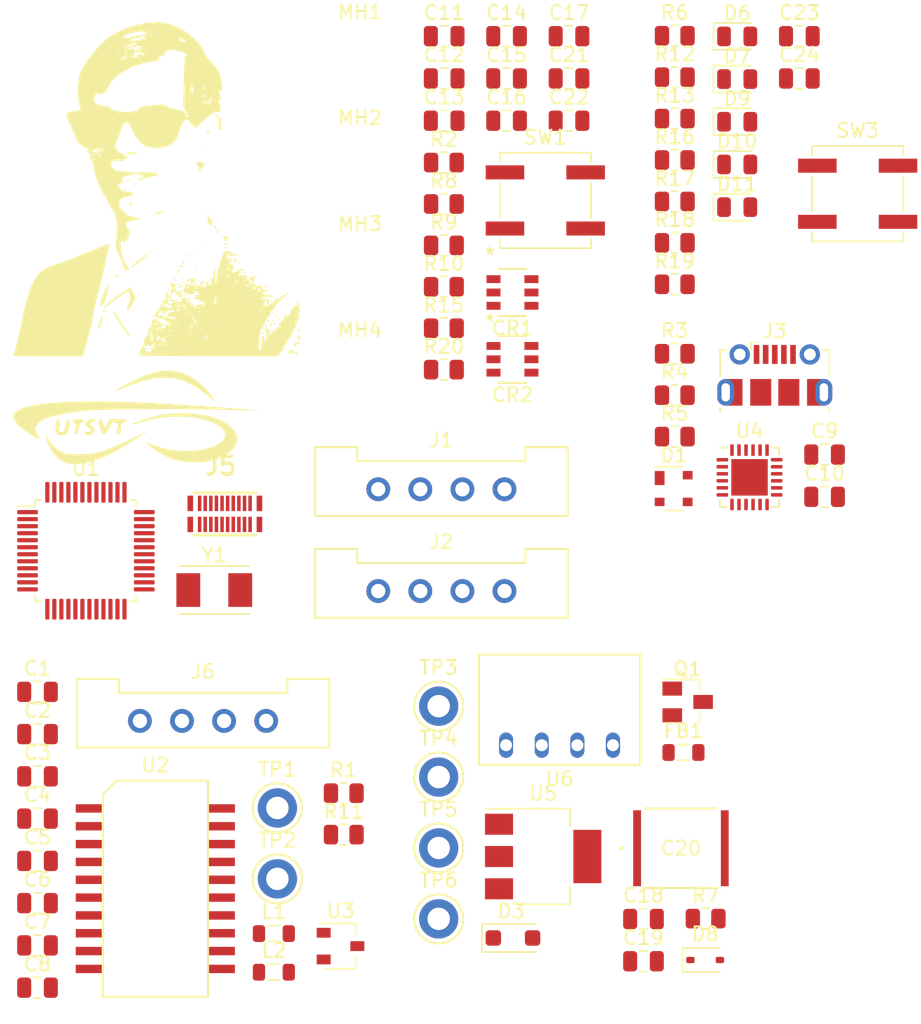
<source format=kicad_pcb>
(kicad_pcb (version 20221018) (generator pcbnew)
  (layers (0 "F.Cu" signal) (31 "B.Cu" signal) (34 "B.Paste" user) (35 "F.Paste" user) (36 "B.SilkS" user "B.Silkscreen") (37 "F.SilkS" user "F.Silkscreen") (38 "B.Mask" user) (39 "F.Mask" user) (44 "Edge.Cuts" user))
  (net 0 "")
  (net 1 "+5V")
  (net 2 "GND")
  (net 3 "+3.3V")
  (net 4 "Net-(U2-V_ISO_Out)")
  (net 5 "Net-(C5-Pad2)")
  (net 6 "+12V")
  (net 7 "/NRST")
  (net 8 "Net-(D3-K)")
  (net 9 "GNDPWR")
  (net 10 "/OSC_IN")
  (net 11 "/OSC_OUT")
  (net 12 "/PB4")
  (net 13 "Net-(C23-Pad2)")
  (net 14 "/PB5")
  (net 15 "Net-(SW2-B)")
  (net 16 "/SPI2_MOSI")
  (net 17 "/SPI2_NSS")
  (net 18 "/SPI2_SCK")
  (net 20 "/SPI2_MISO")
  (net 21 "/SPI1_SCK")
  (net 22 "/SPI1_NSS")
  (net 23 "/SPI1_MOSI")
  (net 25 "/SPI1_MISO")
  (net 26 "Net-(J3-VBUS)")
  (net 27 "Net-(J3-D-)")
  (net 28 "Net-(J3-D+)")
  (net 29 "Net-(D6-K)")
  (net 30 "/PB2")
  (net 31 "Net-(D7-K)")
  (net 32 "/PB1")
  (net 33 "Net-(D8-A2)")
  (net 34 "Net-(D9-K)")
  (net 35 "/PB0")
  (net 36 "Net-(D10-A)")
  (net 37 "Net-(D11-K)")
  (net 38 "/PB3")
  (net 39 "+3V3")
  (net 40 "/SWCLK")
  (net 41 "/SWDIO")
  (net 42 "/CAN_H")
  (net 43 "/CAN_L")
  (net 45 "/I2C1_SCL")
  (net 46 "/I2C1_SDA")
  (net 47 "/I2C2_SDA")
  (net 48 "/I2C2_SCL")
  (net 49 "Net-(Q1-G)")
  (net 50 "/CAN/RSlope")
  (net 51 "Net-(U4-VBUS)")
  (net 52 "Net-(U4-~{RSTb})")
  (net 53 "Net-(U1-PA5)")
  (net 54 "Net-(U1-PA7)")
  (net 64 "/USART1_TX")
  (net 65 "/USART1_RX")
  (net 70 "/CAN_RX")
  (net 71 "/CAN_TX")
  (footprint "Resistor_SMD:R_0805_2012Metric" (layer "F.Cu") (at 79.589 48.924)
    (fp_text reference "R4" (at 0 -1.65) (layer "F.SilkS"))
    (fp_text value "47.5k")
    (pad "1" smd roundrect (at -0.9125 0) (size 1.025 1.4) (layers "F.Cu" "F.Paste" "F.Mask") (roundrect_rratio 0.243902) (net 51 "Net-(U4-VBUS)"))
    (pad "2" smd roundrect (at 0.9125 0) (size 1.025 1.4) (layers "F.Cu" "F.Paste" "F.Mask") (roundrect_rratio 0.243902) (net 2 "GND"))
  )
  (footprint "Capacitor_SMD:C_0805_2012Metric" (layer "F.Cu") (at 72.049 29.374)
    (fp_text reference "C22" (at 0 -1.68) (layer "F.SilkS"))
    (fp_text value "12p")
    (pad "1" smd roundrect (at -0.95 0) (size 1 1.45) (layers "F.Cu" "F.Paste" "F.Mask") (net 11 "/OSC_OUT"))
    (pad "2" smd roundrect (at 0.95 0) (size 1 1.45) (layers "F.Cu" "F.Paste" "F.Mask") (net 2 "GND"))
  )
  (footprint "Capacitor_SMD:C_0805_2012Metric" (layer "F.Cu") (at 72.049 26.364)
    (fp_text reference "C21" (at 0 -1.68) (layer "F.SilkS"))
    (fp_text value "12p")
    (pad "1" smd roundrect (at -0.95 0) (size 1 1.45) (layers "F.Cu" "F.Paste" "F.Mask") (net 10 "/OSC_IN"))
    (pad "2" smd roundrect (at 0.95 0) (size 1 1.45) (layers "F.Cu" "F.Paste" "F.Mask") (net 2 "GND"))
  )
  (footprint "Diode_SMD:D_SOD-123F" (layer "F.Cu") (at 68.054 87.584)
    (fp_text reference "D3" (at -0.127 -1.905) (layer "F.SilkS"))
    (fp_text value "D_Zener")
    (pad "1" smd roundrect (at -1.4 0) (size 1.1 1.1) (layers "F.Cu" "F.Paste" "F.Mask") (roundrect_rratio 0.2272727273) (net 8 "Net-(D3-K)"))
    (pad "2" smd roundrect (at 1.4 0) (size 1.1 1.1) (layers "F.Cu" "F.Paste" "F.Mask") (roundrect_rratio 0.2272727273) (net 9 "GNDPWR"))
  )
  (footprint "UTSVT_ICs:SOT26_DIO" (layer "F.Cu") (at 68.0184 46.3678)
    (fp_text reference "CR2" (at 0 2.54 unlocked) (layer "F.SilkS"))
    (fp_text value "D5V0P4UR6SO-7")
    (fp_text user "*" (at -1.60655 -2.6518) (layer "F.SilkS"))
    (fp_text user "*" (at -1.60655 -2.6518 unlocked) (layer "F.SilkS"))
    (pad "1" smd rect (at -1.35255 -0.950001) (size 1.0033 0.5588) (layers "F.Cu" "F.Paste" "F.Mask") (net 21 "/SPI1_SCK"))
    (pad "2" smd rect (at -1.35255 0) (size 1.0033 0.5588) (layers "F.Cu" "F.Paste" "F.Mask") (net 2 "GND"))
    (pad "3" smd rect (at -1.35255 0.950001) (size 1.0033 0.5588) (layers "F.Cu" "F.Paste" "F.Mask") (net 22 "/SPI1_NSS"))
    (pad "4" smd rect (at 1.35255 0.950001) (size 1.0033 0.5588) (layers "F.Cu" "F.Paste" "F.Mask") (net 23 "/SPI1_MOSI"))
    (pad "5" smd rect (at 1.35255 0) (size 1.0033 0.5588) (layers "F.Cu" "F.Paste" "F.Mask"))
    (pad "6" smd rect (at 1.35255 -0.950001) (size 1.0033 0.5588) (layers "F.Cu" "F.Paste" "F.Mask") (net 25 "/SPI1_MISO"))
  )
  (footprint "Resistor_SMD:R_0805_2012Metric" (layer "F.Cu") (at 79.589 45.974)
    (fp_text reference "R3" (at 0 -1.65) (layer "F.SilkS"))
    (fp_text value "22.1k")
    (pad "1" smd roundrect (at -0.9125 0) (size 1.025 1.4) (layers "F.Cu" "F.Paste" "F.Mask") (roundrect_rratio 0.243902) (net 51 "Net-(U4-VBUS)"))
    (pad "2" smd roundrect (at 0.9125 0) (size 1.025 1.4) (layers "F.Cu" "F.Paste" "F.Mask") (roundrect_rratio 0.243902) (net 26 "Net-(J3-VBUS)"))
  )
  (footprint "MountingHole:MountingHole_3mm" (layer "F.Cu") (at 57.149 33.174)
    (fp_text reference "MH2" (at 0 -4) (layer "F.SilkS"))
    (fp_text value "M.3")
    (pad "" np_thru_hole circle (at 0 0) (size 3 3) (drill 3) (layers "*.Cu" "*.Mask"))
  )
  (footprint "Resistor_SMD:R_0805_2012Metric" (layer "F.Cu") (at 55.989 80.224)
    (fp_text reference "R11" (at 0 -1.65) (layer "F.SilkS"))
    (fp_text value "120")
    (pad "1" smd roundrect (at -0.9125 0) (size 1.025 1.4) (layers "F.Cu" "F.Paste" "F.Mask") (roundrect_rratio 0.243902) (net 43 "/CAN_L"))
    (pad "2" smd roundrect (at 0.9125 0) (size 1.025 1.4) (layers "F.Cu" "F.Paste" "F.Mask") (roundrect_rratio 0.243902) (net 42 "/CAN_H"))
  )
  (footprint "LED_SMD:LED_0805_2012Metric" (layer "F.Cu") (at 84.039 23.369)
    (fp_text reference "D6" (at 0 -1.65) (layer "F.SilkS"))
    (fp_text value "LED")
    (pad "1" smd roundrect (at -0.9375 0) (size 0.975 1.4) (layers "F.Cu" "F.Paste" "F.Mask") (net 29 "Net-(D6-K)"))
    (pad "2" smd roundrect (at 0.9375 0) (size 0.975 1.4) (layers "F.Cu" "F.Paste" "F.Mask") (net 30 "/PB2"))
  )
  (footprint "Package_TO_SOT_SMD:SuperSOT-3" (layer "F.Cu") (at 80.509 70.774)
    (fp_text reference "Q1" (at 0 -2.35) (layer "F.SilkS"))
    (fp_text value "Q_PMOS_GSD")
    (pad "1" smd rect (at -1.1 -0.95) (size 1.4 1) (layers "F.Cu" "F.Paste" "F.Mask") (net 49 "Net-(Q1-G)"))
    (pad "2" smd rect (at -1.1 0.95) (size 1.4 1) (layers "F.Cu" "F.Paste" "F.Mask") (net 8 "Net-(D3-K)"))
    (pad "3" smd rect (at 1.1 0) (size 1.4 1) (layers "F.Cu" "F.Paste" "F.Mask") (net 33 "Net-(D8-A2)"))
  )
  (footprint "Resistor_SMD:R_0805_2012Metric" (layer "F.Cu") (at 79.589 29.224)
    (fp_text reference "R13" (at 0 -1.65) (layer "F.SilkS"))
    (fp_text value "220")
    (pad "1" smd roundrect (at -0.9125 0) (size 1.025 1.4) (layers "F.Cu" "F.Paste" "F.Mask") (roundrect_rratio 0.243902) (net 14 "/PB5"))
    (pad "2" smd roundrect (at 0.9125 0) (size 1.025 1.4) (layers "F.Cu" "F.Paste" "F.Mask") (roundrect_rratio 0.243902) (net 15 "Net-(SW2-B)"))
  )
  (footprint "Capacitor_SMD:C_0805_2012Metric" (layer "F.Cu") (at 90.269 53.154)
    (fp_text reference "C9" (at 0 -1.68) (layer "F.SilkS"))
    (fp_text value "4.7uF")
    (pad "1" smd roundrect (at -0.95 0) (size 1 1.45) (layers "F.Cu" "F.Paste" "F.Mask") (net 3 "+3.3V"))
    (pad "2" smd roundrect (at 0.95 0) (size 1 1.45) (layers "F.Cu" "F.Paste" "F.Mask") (net 2 "GND"))
  )
  (footprint "Resistor_SMD:R_0805_2012Metric" (layer "F.Cu") (at 79.589 26.274)
    (fp_text reference "R12" (at 0 -1.65) (layer "F.SilkS"))
    (fp_text value "1.5k")
    (pad "1" smd roundrect (at -0.9125 0) (size 1.025 1.4) (layers "F.Cu" "F.Paste" "F.Mask") (roundrect_rratio 0.243902) (net 1 "+5V"))
    (pad "2" smd roundrect (at 0.9125 0) (size 1.025 1.4) (layers "F.Cu" "F.Paste" "F.Mask") (roundrect_rratio 0.243902) (net 36 "Net-(D10-A)"))
  )
  (footprint "Resistor_SMD:R_0805_2012Metric" (layer "F.Cu") (at 63.129 35.304)
    (fp_text reference "R8" (at 0 -1.65) (layer "F.SilkS"))
    (fp_text value "10K")
    (pad "1" smd roundrect (at -0.9125 0) (size 1.025 1.4) (layers "F.Cu" "F.Paste" "F.Mask") (roundrect_rratio 0.243902) (net 3 "+3.3V"))
    (pad "2" smd roundrect (at 0.9125 0) (size 1.025 1.4) (layers "F.Cu" "F.Paste" "F.Mask") (roundrect_rratio 0.243902) (net 45 "/I2C1_SCL"))
  )
  (footprint "TestPoint:TestPoint_Keystone_5005-5009_Compact" (layer "F.Cu") (at 62.759 81.174)
    (fp_text reference "TP5" (at 0 -2.75) (layer "F.SilkS"))
    (fp_text value "+5V_TP")
    (pad "1" thru_hole circle (at 0 0) (size 2.8 2.8) (drill 1.6) (layers "*.Cu" "*.Mask") (net 1 "+5V"))
  )
  (footprint "Capacitor_SMD:C_0805_2012Metric" (layer "F.Cu") (at 63.149 26.364)
    (fp_text reference "C12" (at 0 -1.68) (layer "F.SilkS"))
    (fp_text value "100nF")
    (pad "1" smd roundrect (at -0.95 0) (size 1 1.45) (layers "F.Cu" "F.Paste" "F.Mask") (net 3 "+3.3V"))
    (pad "2" smd roundrect (at 0.95 0) (size 1 1.45) (layers "F.Cu" "F.Paste" "F.Mask") (net 2 "GND"))
  )
  (footprint "Capacitor_SMD:C_0805_2012Metric" (layer "F.Cu") (at 34.159 88.114)
    (fp_text reference "C7" (at 0 -1.68) (layer "F.SilkS"))
    (fp_text value "0.1u")
    (pad "1" smd roundrect (at -0.95 0) (size 1 1.45) (layers "F.Cu" "F.Paste" "F.Mask") (net 6 "+12V"))
    (pad "2" smd roundrect (at 0.95 0) (size 1 1.45) (layers "F.Cu" "F.Paste" "F.Mask") (net 2 "GND"))
  )
  (footprint "UTSVT_ICs:SOT26_DIO" (layer "F.Cu") (at 68.0184 41.6086)
    (fp_text reference "CR1" (at 0 2.54 unlocked) (layer "F.SilkS"))
    (fp_text value "D5V0P4UR6SO-7")
    (fp_text user "*" (at -1.60655 -2.6518 unlocked) (layer "F.SilkS"))
    (fp_text user "*" (at -1.60655 -2.6518) (layer "F.SilkS"))
    (pad "1" smd rect (at -1.35255 -0.950001) (size 1.0033 0.5588) (layers "F.Cu" "F.Paste" "F.Mask") (net 16 "/SPI2_MOSI"))
    (pad "2" smd rect (at -1.35255 0) (size 1.0033 0.5588) (layers "F.Cu" "F.Paste" "F.Mask") (net 2 "GND"))
    (pad "3" smd rect (at -1.35255 0.950001) (size 1.0033 0.5588) (layers "F.Cu" "F.Paste" "F.Mask") (net 17 "/SPI2_NSS"))
    (pad "4" smd rect (at 1.35255 0.950001) (size 1.0033 0.5588) (layers "F.Cu" "F.Paste" "F.Mask") (net 18 "/SPI2_SCK"))
    (pad "5" smd rect (at 1.35255 0) (size 1.0033 0.5588) (layers "F.Cu" "F.Paste" "F.Mask"))
    (pad "6" smd rect (at 1.35255 -0.950001) (size 1.0033 0.5588) (layers "F.Cu" "F.Paste" "F.Mask") (net 20 "/SPI2_MISO"))
  )
  (footprint "UTSVT_Connectors:Molex_MicroFit3.0_1x4xP3.00mm_PolarizingPeg_Vertical" (layer "F.Cu") (at 58.449 55.624)
    (fp_text reference "J1" (at 4.5 -3.5) (layer "F.SilkS"))
    (fp_text value "SWD")
    (pad "" np_thru_hole circle (at -3 -1.96) (size 1.27 1.27) (drill 1.27) (layers "*.Cu" "*.Mask"))
    (pad "" np_thru_hole circle (at 12 -1.96) (size 1.27 1.27) (drill 1.27) (layers "*.Cu" "*.Mask"))
    (pad "1" thru_hole circle (at 0 0) (size 1.7 1.7) (drill 1.02) (layers "*.Cu" "*.Mask") (net 39 "+3V3"))
    (pad "2" thru_hole circle (at 3 0) (size 1.7 1.7) (drill 1.02) (layers "*.Cu" "*.Mask") (net 40 "/SWCLK"))
    (pad "3" thru_hole circle (at 6 0) (size 1.7 1.7) (drill 1.02) (layers "*.Cu" "*.Mask") (net 41 "/SWDIO"))
    (pad "4" thru_hole circle (at 9 0) (size 1.7 1.7) (drill 1.02) (layers "*.Cu" "*.Mask") (net 2 "GND"))
  )
  (footprint "Capacitor_SMD:C_0805_2012Metric" (layer "F.Cu") (at 88.469 26.364)
    (fp_text reference "C24" (at 0 -1.68) (layer "F.SilkS"))
    (fp_text value "10nF")
    (pad "1" smd roundrect (at -0.95 0) (size 1 1.45) (layers "F.Cu" "F.Paste" "F.Mask") (net 14 "/PB5"))
    (pad "2" smd roundrect (at 0.95 0) (size 1 1.45) (layers "F.Cu" "F.Paste" "F.Mask") (net 15 "Net-(SW2-B)"))
  )
  (footprint "Capacitor_SMD:C_0805_2012Metric" (layer "F.Cu") (at 34.159 70.054)
    (fp_text reference "C1" (at 0 -1.68) (layer "F.SilkS"))
    (fp_text value "10u")
    (pad "1" smd roundrect (at -0.95 0) (size 1 1.45) (layers "F.Cu" "F.Paste" "F.Mask") (net 1 "+5V"))
    (pad "2" smd roundrect (at 0.95 0) (size 1 1.45) (layers "F.Cu" "F.Paste" "F.Mask") (net 2 "GND"))
  )
  (footprint "UTSVT_Special:Hallock_Image_Small" (layer "F.Cu") (at 41.825475 33.951988)
    (fp_text reference "LOGO1" hide)
    (fp_text value "Dr. Hallock" hide)
  )
  (footprint "UTSVT_Special:UTSVT_Logo_Symbol" (layer "F.Cu") (at 40.874108 50.635137)
    (fp_text reference "LOGO2" hide)
    (fp_text value "UTSVT Logo" hide)
  )
  (footprint "Resistor_SMD:R_0805_2012Metric" (layer "F.Cu") (at 55.989 77.274)
    (fp_text reference "R1" (at 0 -1.65) (layer "F.SilkS"))
    (fp_text value "0")
    (pad "1" smd roundrect (at -0.9125 0) (size 1.025 1.4) (layers "F.Cu" "F.Paste" "F.Mask") (roundrect_rratio 0.243902) (net 50 "/CAN/RSlope"))
    (pad "2" smd roundrect (at 0.9125 0) (size 1.025 1.4) (layers "F.Cu" "F.Paste" "F.Mask") (roundrect_rratio 0.243902) (net 2 "GND"))
  )
  (footprint "Capacitor_SMD:C_0805_2012Metric" (layer "F.Cu") (at 88.469 23.354)
    (fp_text reference "C23" (at 0 -1.68) (layer "F.SilkS"))
    (fp_text value "10nF")
    (pad "1" smd roundrect (at -0.95 0) (size 1 1.45) (layers "F.Cu" "F.Paste" "F.Mask") (net 12 "/PB4"))
    (pad "2" smd roundrect (at 0.95 0) (size 1 1.45) (layers "F.Cu" "F.Paste" "F.Mask") (net 13 "Net-(C23-Pad2)"))
  )
  (footprint "Resistor_SMD:R_0805_2012Metric" (layer "F.Cu") (at 63.129 47.104)
    (fp_text reference "R20" (at 0 -1.65) (layer "F.SilkS"))
    (fp_text value "50")
    (pad "1" smd roundrect (at -0.9125 0) (size 1.025 1.4) (layers "F.Cu" "F.Paste" "F.Mask") (roundrect_rratio 0.243902) (net 54 "Net-(U1-PA7)"))
    (pad "2" smd roundrect (at 0.9125 0) (size 1.025 1.4) (layers "F.Cu" "F.Paste" "F.Mask") (roundrect_rratio 0.243902) (net 23 "/SPI1_MOSI"))
  )
  (footprint "Resistor_SMD:R_0805_2012Metric" (layer "F.Cu") (at 63.129 44.154)
    (fp_text reference "R15" (at 0 -1.65) (layer "F.SilkS"))
    (fp_text value "50")
    (pad "1" smd roundrect (at -0.9125 0) (size 1.025 1.4) (layers "F.Cu" "F.Paste" "F.Mask") (roundrect_rratio 0.243902) (net 53 "Net-(U1-PA5)"))
    (pad "2" smd roundrect (at 0.9125 0) (size 1.025 1.4) (layers "F.Cu" "F.Paste" "F.Mask") (roundrect_rratio 0.243902) (net 21 "/SPI1_SCK"))
  )
  (footprint "UTSVT_ICs:SOIC-20W_7.5x15.4mm_Pitch1.27mm" (layer "F.Cu") (at 42.559 84.074)
    (fp_text reference "U2" (at 0 -8.8) (layer "F.SilkS"))
    (fp_text value "ADM3055E")
    (pad "1" smd rect (at -4.7 -5.715) (size 1.95 0.6) (layers "F.Cu" "F.Paste" "F.Mask") (net 2 "GND"))
    (pad "2" smd rect (at -4.7 -4.445) (size 1.95 0.6) (layers "F.Cu" "F.Paste" "F.Mask") (net 2 "GND"))
    (pad "3" smd rect (at -4.7 -3.175) (size 1.95 0.6) (layers "F.Cu" "F.Paste" "F.Mask") (net 1 "+5V"))
    (pad "4" smd rect (at -4.7 -1.905) (size 1.95 0.6) (layers "F.Cu" "F.Paste" "F.Mask") (net 3 "+3.3V"))
    (pad "5" smd rect (at -4.7 -0.635) (size 1.95 0.6) (layers "F.Cu" "F.Paste" "F.Mask") (net 70 "/CAN_RX"))
    (pad "6" smd rect (at -4.7 0.635) (size 1.95 0.6) (layers "F.Cu" "F.Paste" "F.Mask"))
    (pad "7" smd rect (at -4.7 1.905) (size 1.95 0.6) (layers "F.Cu" "F.Paste" "F.Mask") (net 71 "/CAN_TX"))
    (pad "8" smd rect (at -4.7 3.175) (size 1.95 0.6) (layers "F.Cu" "F.Paste" "F.Mask"))
    (pad "9" smd rect (at -4.7 4.445) (size 1.95 0.6) (layers "F.Cu" "F.Paste" "F.Mask"))
    (pad "10" smd rect (at -4.7 5.715) (size 1.95 0.6) (layers "F.Cu" "F.Paste" "F.Mask") (net 2 "GND"))
    (pad "11" smd rect (at 4.7 5.715) (size 1.95 0.6) (layers "F.Cu" "F.Paste" "F.Mask") (net 2 "GND"))
    (pad "12" smd rect (at 4.7 4.445) (size 1.95 0.6) (layers "F.Cu" "F.Paste" "F.Mask") (net 50 "/CAN/RSlope"))
    (pad "13" smd rect (at 4.7 3.175) (size 1.95 0.6) (layers "F.Cu" "F.Paste" "F.Mask") (net 43 "/CAN_L"))
    (pad "14" smd rect (at 4.7 1.905) (size 1.95 0.6) (layers "F.Cu" "F.Paste" "F.Mask") (net 42 "/CAN_H"))
    (pad "15" smd rect (at 4.7 0.635) (size 1.95 0.6) (layers "F.Cu" "F.Paste" "F.Mask") (net 2 "GND"))
    (pad "16" smd rect (at 4.7 -0.635) (size 1.95 0.6) (layers "F.Cu" "F.Paste" "F.Mask") (net 6 "+12V"))
    (pad "17" smd rect (at 4.7 -1.905) (size 1.95 0.6) (layers "F.Cu" "F.Paste" "F.Mask"))
    (pad "18" smd rect (at 4.7 -3.175) (size 1.95 0.6) (layers "F.Cu" "F.Paste" "F.Mask") (net 5 "Net-(C5-Pad2)"))
    (pad "19" smd rect (at 4.7 -4.445) (size 1.95 0.6) (layers "F.Cu" "F.Paste" "F.Mask") (net 4 "Net-(U2-V_ISO_Out)"))
    (pad "20" smd rect (at 4.7 -5.715) (size 1.95 0.6) (layers "F.Cu" "F.Paste" "F.Mask") (net 5 "Net-(C5-Pad2)"))
  )
  (footprint "MountingHole:MountingHole_3mm" (layer "F.Cu") (at 57.149 40.724)
    (fp_text reference "MH3" (at 0 -4) (layer "F.SilkS"))
    (fp_text value "M.3")
    (pad "" np_thru_hole circle (at 0 0) (size 3 3) (drill 3) (layers "*.Cu" "*.Mask"))
  )
  (footprint "Crystal:Crystal_SMD_TXC_7A-2Pin_5x3.2mm" (layer "F.Cu") (at 46.759 62.804)
    (fp_text reference "Y1" (at 0 -2.5) (layer "F.SilkS"))
    (fp_text value "8M")
    (pad "1" smd rect (at -1.85 0) (size 1.7 2.4) (layers "F.Cu" "F.Paste" "F.Mask") (net 10 "/OSC_IN"))
    (pad "2" smd rect (at 1.85 0) (size 1.7 2.4) (layers "F.Cu" "F.Paste" "F.Mask") (net 11 "/OSC_OUT"))
  )
  (footprint "Capacitor_SMD:C_0805_2012Metric" (layer "F.Cu") (at 63.149 29.374)
    (fp_text reference "C13" (at 0 -1.68) (layer "F.SilkS"))
    (fp_text value "4.7uF")
    (pad "1" smd roundrect (at -0.95 0) (size 1 1.45) (layers "F.Cu" "F.Paste" "F.Mask") (net 3 "+3.3V"))
    (pad "2" smd roundrect (at 0.95 0) (size 1 1.45) (layers "F.Cu" "F.Paste" "F.Mask") (net 2 "GND"))
  )
  (footprint "UTSVT_ICs:RI3_DC_Converter" (layer "F.Cu") (at 71.374 73.854)
    (fp_text reference "U6" (at 0 2.4) (layer "F.SilkS"))
    (fp_text value "RI3-1205S")
    (pad "1" thru_hole oval (at -3.81 0) (size 1 1.8) (drill 0.85) (layers "*.Cu" "*.Mask") (net 9 "GNDPWR"))
    (pad "2" thru_hole oval (at -1.27 0) (size 1 1.8) (drill 0.85) (layers "*.Cu" "*.Mask") (net 8 "Net-(D3-K)"))
    (pad "3" thru_hole oval (at 1.27 0) (size 1 1.8) (drill 0.85) (layers "*.Cu" "*.Mask") (net 2 "GND"))
    (pad "4" thru_hole oval (at 3.81 0) (size 1 1.8) (drill 0.85) (layers "*.Cu" "*.Mask") (net 1 "+5V"))
  )
  (footprint "TestPoint:TestPoint_Keystone_5005-5009_Compact" (layer "F.Cu") (at 62.759 76.124)
    (fp_text reference "TP4" (at 0 -2.75) (layer "F.SilkS"))
    (fp_text value "GNDPWR_TP")
    (pad "1" thru_hole circle (at 0 0) (size 2.8 2.8) (drill 1.6) (layers "*.Cu" "*.Mask") (net 9 "GNDPWR"))
  )
  (footprint "Inductor_SMD:L_0805_2012Metric" (layer "F.Cu") (at 51.009 87.274)
    (fp_text reference "L1" (at 0 -1.55) (layer "F.SilkS"))
    (fp_text value "2k")
    (pad "1" smd roundrect (at -1.0625 0) (size 0.875 1.2) (layers "F.Cu" "F.Paste" "F.Mask") (net 6 "+12V"))
    (pad "2" smd roundrect (at 1.0625 0) (size 0.875 1.2) (layers "F.Cu" "F.Paste" "F.Mask") (net 4 "Net-(U2-V_ISO_Out)"))
  )
  (footprint "Capacitor_SMD:C_0805_2012Metric" (layer "F.Cu") (at 67.599 23.354)
    (fp_text reference "C14" (at 0 -1.68) (layer "F.SilkS"))
    (fp_text value "100nF")
    (pad "1" smd roundrect (at -0.95 0) (size 1 1.45) (layers "F.Cu" "F.Paste" "F.Mask") (net 3 "+3.3V"))
    (pad "2" smd roundrect (at 0.95 0) (size 1 1.45) (layers "F.Cu" "F.Paste" "F.Mask") (net 2 "GND"))
  )
  (footprint "Capacitor_SMD:C_0805_2012Metric" (layer "F.Cu") (at 77.359 86.234)
    (fp_text reference "C18" (at 0 -1.68) (layer "F.SilkS"))
    (fp_text value "10uF")
    (pad "1" smd roundrect (at -0.95 0) (size 1 1.45) (layers "F.Cu" "F.Paste" "F.Mask") (net 1 "+5V"))
    (pad "2" smd roundrect (at 0.95 0) (size 1 1.45) (layers "F.Cu" "F.Paste" "F.Mask") (net 2 "GND"))
  )
  (footprint "TestPoint:TestPoint_Keystone_5005-5009_Compact" (layer "F.Cu") (at 51.259 83.374)
    (fp_text reference "TP2" (at 0 -2.75) (layer "F.SilkS"))
    (fp_text value "CAN_L")
    (pad "1" thru_hole circle (at 0 0) (size 2.8 2.8) (drill 1.6) (layers "*.Cu" "*.Mask") (net 43 "/CAN_L"))
  )
  (footprint "Capacitor_SMD:C_0805_2012Metric" (layer "F.Cu") (at 63.149 23.354)
    (fp_text reference "C11" (at 0 -1.68) (layer "F.SilkS"))
    (fp_text value "0.1u")
    (pad "1" smd roundrect (at -0.95 0) (size 1 1.45) (layers "F.Cu" "F.Paste" "F.Mask") (net 7 "/NRST"))
    (pad "2" smd roundrect (at 0.95 0) (size 1 1.45) (layers "F.Cu" "F.Paste" "F.Mask") (net 2 "GND"))
  )
  (footprint "Capacitor_SMD:C_0805_2012Metric" (layer "F.Cu") (at 34.159 73.064)
    (fp_text reference "C2" (at 0 -1.68) (layer "F.SilkS"))
    (fp_text value "0.1u")
    (pad "1" smd roundrect (at -0.95 0) (size 1 1.45) (layers "F.Cu" "F.Paste" "F.Mask") (net 1 "+5V"))
    (pad "2" smd roundrect (at 0.95 0) (size 1 1.45) (layers "F.Cu" "F.Paste" "F.Mask") (net 2 "GND"))
  )
  (footprint "Resistor_SMD:R_0805_2012Metric" (layer "F.Cu") (at 79.589 41.024)
    (fp_text reference "R19" (at 0 -1.65) (layer "F.SilkS"))
    (fp_text value "1k")
    (pad "1" smd roundrect (at -0.9125 0) (size 1.025 1.4) (layers "F.Cu" "F.Paste" "F.Mask") (roundrect_rratio 0.243902) (net 34 "Net-(D9-K)"))
    (pad "2" smd roundrect (at 0.9125 0) (size 1.025 1.4) (layers "F.Cu" "F.Paste" "F.Mask") (roundrect_rratio 0.243902) (net 2 "GND"))
  )
  (footprint "UTSVT_Connectors:2039550203" (layer "F.Cu") (at 47.514 57.379)
    (fp_text reference "J5" (at -0.3 -3.4) (layer "F.SilkS") (effects (font (size 1.27 1.27) (thickness 0.254))))
    (fp_text value "Conn_02x10_Counter_Clockwise" hide)
    (pad "1" smd rect (at -1.8 0.75) (size 0.25 1.1) (layers "F.Cu" "F.Paste" "F.Mask") (net 22 "/SPI1_NSS"))
    (pad "2" smd rect (at -1.8 -0.75) (size 0.25 1.1) (layers "F.Cu" "F.Paste" "F.Mask") (net 21 "/SPI1_SCK"))
    (pad "3" smd rect (at -1.4 0.75) (size 0.25 1.1) (layers "F.Cu" "F.Paste" "F.Mask") (net 25 "/SPI1_MISO"))
    (pad "4" smd rect (at -1.4 -0.75) (size 0.25 1.1) (layers "F.Cu" "F.Paste" "F.Mask") (net 23 "/SPI1_MOSI"))
    (pad "5" smd rect (at -1 0.75) (size 0.25 1.1) (layers "F.Cu" "F.Paste" "F.Mask") (net 3 "+3.3V"))
    (pad "6" smd rect (at -1 -0.75) (size 0.25 1.1) (layers "F.Cu" "F.Paste" "F.Mask") (net 1 "+5V"))
    (pad "7" smd rect (at -0.6 0.75) (size 0.25 1.1) (layers "F.Cu" "F.Paste" "F.Mask") (net 2 "GND"))
    (pad "8" smd rect (at -0.6 -0.75) (size 0.25 1.1) (layers "F.Cu" "F.Paste" "F.Mask") (net 45 "/I2C1_SCL"))
    (pad "9" smd rect (at -0.2 0.75) (size 0.25 1.1) (layers "F.Cu" "F.Paste" "F.Mask") (net 46 "/I2C1_SDA"))
    (pad "10" smd rect (at -0.2 -0.75) (size 0.25 1.1) (layers "F.Cu" "F.Paste" "F.Mask") (net 2 "GND"))
    (pad "11" smd rect (at 0.2 0.75) (size 0.25 1.1) (layers "F.Cu" "F.Paste" "F.Mask") (net 9 "GNDPWR"))
    (pad "12" smd rect (at 0.2 -0.75) (size 0.25 1.1) (layers "F.Cu" "F.Paste" "F.Mask") (net 6 "+12V"))
    (pad "13" smd rect (at 0.6 0.75) (size 0.25 1.1) (layers "F.Cu" "F.Paste" "F.Mask") (net 16 "/SPI2_MOSI"))
    (pad "14" smd rect (at 0.6 -0.75) (size 0.25 1.1) (layers "F.Cu" "F.Paste" "F.Mask") (net 20 "/SPI2_MISO"))
    (pad "15" smd rect (at 1 0.75) (size 0.25 1.1) (layers "F.Cu" "F.Paste" "F.Mask") (net 18 "/SPI2_SCK"))
    (pad "16" smd rect (at 1 -0.75) (size 0.25 1.1) (layers "F.Cu" "F.Paste" "F.Mask") (net 17 "/SPI2_NSS"))
    (pad "17" smd rect (at 1.4 0.75) (size 0.25 1.1) (layers "F.Cu" "F.Paste" "F.Mask") (net 2 "GND"))
    (pad "18" smd rect (at 1.4 -0.75) (size 0.25 1.1) (layers "F.Cu" "F.Paste" "F.Mask") (net 47 "/I2C2_SDA"))
    (pad "19" smd rect (at 1.8 0.75) (size 0.25 1.1) (layers "F.Cu" "F.Paste" "F.Mask") (net 48 "/I2C2_SCL"))
    (pad "20" smd rect (at 1.8 -0.75) (size 0.25 1.1) (layers "F.Cu" "F.Paste" "F.Mask") (net 3 "+3.3V"))
    (pad "MP1" smd rect (at -2.465 0.75) (size 0.4 1.1) (layers "F.Cu" "F.Paste" "F.Mask"))
    (pad "MP2" smd rect (at -2.465 -0.75) (size 0.4 1.1) (layers "F.Cu" "F.Paste" "F.Mask"))
    (pad "MP3" smd rect (at 2.465 0.75) (size 0.4 1.1) (layers "F.Cu" "F.Paste" "F.Mask"))
    (pad "MP4" smd rect (at 2.465 -0.75) (size 0.4 1.1) (layers "F.Cu" "F.Paste" "F.Mask"))
  )
  (footprint "Capacitor_SMD:C_0805_2012Metric" (layer "F.Cu") (at 90.269 56.164)
    (fp_text reference "C10" (at 0 -1.68) (layer "F.SilkS"))
    (fp_text value "0.1uF")
    (pad "1" smd roundrect (at -0.95 0) (size 1 1.45) (layers "F.Cu" "F.Paste" "F.Mask") (net 3 "+3.3V"))
    (pad "2" smd roundrect (at 0.95 0) (size 1 1.45) (layers "F.Cu" "F.Paste" "F.Mask") (net 2 "GND"))
  )
  (footprint "Button_Switch_SMD:SW_SPST_B3SL-1002P" (layer "F.Cu") (at 92.629 34.576)
    (fp_text reference "SW3" (at 0 -4.5) (layer "F.SilkS"))
    (fp_text value "SW_Push")
    (pad "1" smd rect (at -2.875 -2) (size 2.75 1) (layers "F.Cu" "F.Paste" "F.Mask") (net 2 "GND"))
    (pad "1" smd rect (at 2.875 -2) (size 2.75 1) (layers "F.Cu" "F.Paste" "F.Mask") (net 2 "GND"))
    (pad "2" smd rect (at -2.875 2) (size 2.75 1) (layers "F.Cu" "F.Paste" "F.Mask") (net 13 "Net-(C23-Pad2)"))
    (pad "2" smd rect (at 2.875 2) (size 2.75 1) (layers "F.Cu" "F.Paste" "F.Mask") (net 13 "Net-(C23-Pad2)"))
  )
  (footprint "Inductor_SMD:L_0805_2012Metric" (layer "F.Cu") (at 80.209 74.374)
    (fp_text reference "FB1" (at 0 -1.55) (layer "F.SilkS"))
    (fp_text value "12VFB")
    (pad "1" smd roundrect (at -1.0625 0) (size 0.875 1.2) (layers "F.Cu" "F.Paste" "F.Mask") (net 33 "Net-(D8-A2)"))
    (pad "2" smd roundrect (at 1.0625 0) (size 0.875 1.2) (layers "F.Cu" "F.Paste" "F.Mask") (net 6 "+12V"))
  )
  (footprint "Package_TO_SOT_SMD:SOT-23W" (layer "F.Cu") (at 55.759 88.164)
    (fp_text reference "U3" (at 0 -2.5) (layer "F.SilkS"))
    (fp_text value "CDSOT23-T24CAN")
    (pad "1" smd rect (at -1.2 -0.95) (size 1 0.7) (layers "F.Cu" "F.Paste" "F.Mask") (net 42 "/CAN_H"))
    (pad "2" smd rect (at -1.2 0.95) (size 1 0.7) (layers "F.Cu" "F.Paste" "F.Mask") (net 43 "/CAN_L"))
    (pad "3" smd rect (at 1.2 0) (size 1 0.7) (layers "F.Cu" "F.Paste" "F.Mask") (net 2 "GND"))
  )
  (footprint "Resistor_SMD:R_0805_2012Metric" (layer "F.Cu") (at 63.129 41.204)
    (fp_text reference "R10" (at 0 -1.65) (layer "F.SilkS"))
    (fp_text value "10K")
    (pad "1" smd roundrect (at -0.9125 0) (size 1.025 1.4) (layers "F.Cu" "F.Paste" "F.Mask") (roundrect_rratio 0.243902) (net 3 "+3.3V"))
    (pad "2" smd roundrect (at 0.9125 0) (size 1.025 1.4) (layers "F.Cu" "F.Paste" "F.Mask") (roundrect_rratio 0.243902) (net 48 "/I2C2_SCL"))
  )
  (footprint "UTSVT_Passive:C_2220_5750Metric" (layer "F.Cu") (at 80.0282 81.1943)
    (fp_text reference "C20" (at 0 0) (layer "F.SilkS"))
    (fp_text value "10u" hide)
    (pad "1" smd rect (at -3.1242 0) (size 0.5588 5.4102) (layers "F.Cu" "F.Paste" "F.Mask") (net 8 "Net-(D3-K)"))
    (pad "2" smd rect (at 3.1242 0) (size 0.5588 5.4102) (layers "F.Cu" "F.Paste" "F.Mask") (net 9 "GNDPWR"))
  )
  (footprint "Capacitor_SMD:C_0805_2012Metric" (layer "F.Cu") (at 34.159 82.094)
    (fp_text reference "C5" (at 0 -1.68) (layer "F.SilkS"))
    (fp_text value "0.22u")
    (pad "1" smd roundrect (at -0.95 0) (size 1 1.45) (layers "F.Cu" "F.Paste" "F.Mask") (net 4 "Net-(U2-V_ISO_Out)"))
    (pad "2" smd roundrect (at 0.95 0) (size 1 1.45) (layers "F.Cu" "F.Paste" "F.Mask") (net 5 "Net-(C5-Pad2)"))
  )
  (footprint "Resistor_SMD:R_0805_2012Metric" (layer "F.Cu") (at 79.589 38.074)
    (fp_text reference "R18" (at 0 -1.65) (layer "F.SilkS"))
    (fp_text value "1k")
    (pad "1" smd roundrect (at -0.9125 0) (size 1.025 1.4) (layers "F.Cu" "F.Paste" "F.Mask") (roundrect_rratio 0.243902) (net 31 "Net-(D7-K)"))
    (pad "2" smd roundrect (at 0.9125 0) (size 1.025 1.4) (layers "F.Cu" "F.Paste" "F.Mask") (roundrect_rratio 0.243902) (net 2 "GND"))
  )
  (footprint "Capacitor_SMD:C_0805_2012Metric" (layer "F.Cu") (at 34.159 79.084)
    (fp_text reference "C4" (at 0 -1.68) (layer "F.SilkS"))
    (fp_text value "0.01u")
    (pad "1" smd roundrect (at -0.95 0) (size 1 1.45) (layers "F.Cu" "F.Paste" "F.Mask") (net 3 "+3.3V"))
    (pad "2" smd roundrect (at 0.95 0) (size 1 1.45) (layers "F.Cu" "F.Paste" "F.Mask") (net 2 "GND"))
  )
  (footprint "TestPoint:TestPoint_Keystone_5005-5009_Compact" (layer "F.Cu") (at 62.759 71.074)
    (fp_text reference "TP3" (at 0 -2.75) (layer "F.SilkS"))
    (fp_text value "+12V_TP")
    (pad "1" thru_hole circle (at 0 0) (size 2.8 2.8) (drill 1.6) (layers "*.Cu" "*.Mask") (net 8 "Net-(D3-K)"))
  )
  (footprint "Resistor_SMD:R_0805_2012Metric" (layer "F.Cu") (at 79.589 23.324)
    (fp_text reference "R6" (at 0 -1.65) (layer "F.SilkS"))
    (fp_text value "220")
    (pad "1" smd roundrect (at -0.9125 0) (size 1.025 1.4) (layers "F.Cu" "F.Paste" "F.Mask") (roundrect_rratio 0.243902) (net 12 "/PB4"))
    (pad "2" smd roundrect (at 0.9125 0) (size 1.025 1.4) (layers "F.Cu" "F.Paste" "F.Mask") (roundrect_rratio 0.243902) (net 13 "Net-(C23-Pad2)"))
  )
  (footprint "Package_TO_SOT_SMD:SOT-143" (layer "F.Cu") (at 79.509 55.574)
    (fp_text reference "D1" (at 0.02 -2.38) (layer "F.SilkS"))
    (fp_text value "SP0503BAHT")
    (pad "1" smd rect (at -1 -0.75) (size 0.7 1) (layers "F.Cu" "F.Paste" "F.Mask") (net 2 "GND"))
    (pad "2" smd rect (at -1 0.95) (size 0.7 0.6) (layers "F.Cu" "F.Paste" "F.Mask") (net 26 "Net-(J3-VBUS)"))
    (pad "3" smd rect (at 1 0.95) (size 0.7 0.6) (layers "F.Cu" "F.Paste" "F.Mask") (net 27 "Net-(J3-D-)"))
    (pad "4" smd rect (at 1 -0.95) (size 0.7 0.6) (layers "F.Cu" "F.Paste" "F.Mask") (net 28 "Net-(J3-D+)"))
  )
  (footprint "Resistor_SMD:R_0805_2012Metric" (layer "F.Cu") (at 81.789 86.204)
    (fp_text reference "R7" (at 0 -1.65) (layer "F.SilkS"))
    (fp_text value "1k")
    (pad "1" smd roundrect (at -0.9125 0) (size 1.025 1.4) (layers "F.Cu" "F.Paste" "F.Mask") (roundrect_rratio 0.243902) (net 49 "Net-(Q1-G)"))
    (pad "2" smd roundrect (at 0.9125 0) (size 1.025 1.4) (layers "F.Cu" "F.Paste" "F.Mask") (roundrect_rratio 0.243902) (net 9 "GNDPWR"))
  )
  (footprint "TestPoint:TestPoint_Keystone_5005-5009_Compact" (layer "F.Cu") (at 62.759 86.224)
    (fp_text reference "TP6" (at 0 -2.75) (layer "F.SilkS"))
    (fp_text value "GND_TP")
    (pad "1" thru_hole circle (at 0 0) (size 2.8 2.8) (drill 1.6) (layers "*.Cu" "*.Mask") (net 2 "GND"))
  )
  (footprint "Package_DFN_QFN:QFN-24-1EP_4x4mm_P0.5mm_EP2.6x2.6mm" (layer "F.Cu") (at 84.919 54.774)
    (fp_text reference "U4" (at 0 -3.3) (layer "F.SilkS"))
    (fp_text value "CP2102N-A01-GQFN24")
    (pad "1" smd roundrect (at -1.9375 -1.25) (size 0.825 0.25) (layers "F.Cu" "F.Paste" "F.Mask"))
    (pad "2" smd roundrect (at -1.9375 -0.75) (size 0.825 0.25) (layers "F.Cu" "F.Paste" "F.Mask") (net 2 "GND"))
    (pad "3" smd roundrect (at -1.9375 -0.25) (size 0.825 0.25) (layers "F.Cu" "F.Paste" "F.Mask") (net 28 "Net-(J3-D+)"))
    (pad "4" smd roundrect (at -1.9375 0.25) (size 0.825 0.25) (layers "F.Cu" "F.Paste" "F.Mask") (net 27 "Net-(J3-D-)"))
    (pad "5" smd roundrect (at -1.9375 0.75) (size 0.825 0.25) (layers "F.Cu" "F.Paste" "F.Mask") (net 3 "+3.3V"))
    (pad "6" smd roundrect (at -1.9375 1.25) (size 0.825 0.25) (layers "F.Cu" "F.Paste" "F.Mask") (net 3 "+3.3V"))
    (pad "7" smd roundrect (at -1.25 1.9375) (size 0.25 0.825) (layers "F.Cu" "F.Paste" "F.Mask") (net 3 "+3.3V"))
    (pad "8" smd roundrect (at -0.75 1.9375) (size 0.25 0.825) (layers "F.Cu" "F.Paste" "F.Mask") (net 51 "Net-(U4-VBUS)"))
    (pad "9" smd roundrect (at -0.25 1.9375) (size 0.25 0.825) (layers "F.Cu" "F.Paste" "F.Mask") (net 52 "Net-(U4-~{RSTb})"))
    (pad "10" smd roundrect (at 0.25 1.9375) (size 0.25 0.825) (layers "F.Cu" "F.Paste" "F.Mask"))
    (pad "11" smd roundrect (at 0.75 1.9375) (size 0.25 0.825) (layers "F.Cu" "F.Paste" "F.Mask"))
    (pad "12" smd roundrect (at 1.25 1.9375) (size 0.25 0.825) (layers "F.Cu" "F.Paste" "F.Mask"))
    (pad "13" smd roundrect (at 1.9375 1.25) (size 0.825 0.25) (layers "F.Cu" "F.Paste" "F.Mask"))
    (pad "14" smd roundrect (at 1.9375 0.75) (size 0.825 0.25) (layers "F.Cu" "F.Paste" "F.Mask"))
    (pad "15" smd roundrect (at 1.9375 0.25) (size 0.825 0.25) (layers "F.Cu" "F.Paste" "F.Mask"))
    (pad "16" smd roundrect (at 1.9375 -0.25) (size 0.825 0.25) (layers "F.Cu" "F.Paste" "F.Mask"))
    (pad "17" smd roundrect (at 1.9375 -0.75) (size 0.825 0.25) (layers "F.Cu" "F.Paste" "F.Mask"))
    (pad "18" smd roundrect (at 1.9375 -1.25) (size 0.825 0.25) (layers "F.Cu" "F.Paste" "F.Mask"))
    (pad "19" smd roundrect (at 1.25 -1.9375) (size 0.25 0.825) (layers "F.Cu" "F.Paste" "F.Mask"))
    (pad "20" smd roundrect (at 0.75 -1.9375) (size 0.25 0.825) (layers "F.Cu" "F.Paste" "F.Mask") (net 64 "/USART1_TX"))
    (pad "21" smd roundrect (at 0.25 -1.9375) (size 0.25 0.825) (layers "F.Cu" "F.Paste" "F.Mask") (net 65 "/USART1_RX"))
    (pad "22" smd roundrect (at -0.25 -1.9375) (size 0.25 0.825) (layers "F.Cu" "F.Paste" "F.Mask"))
    (pad "23" smd roundrect (at -0.75 -1.9375) (size 0.25 0.825) (layers "F.Cu" "F.Paste" "F.Mask"))
    (pad "24" smd roundrect (at -1.25 -1.9375) (size 0.25 0.825) (layers "F.Cu" "F.Paste" "F.Mask"))
    (pad "25" smd rect (at 0 0) (size 2.6 2.6) (layers "F.Cu" "F.Mask") (net 2 "GND"))
  )
  (footprint "Resistor_SMD:R_0805_2012Metric" (layer "F.Cu") (at 63.129 32.354)
    (fp_text reference "R2" (at 0 -1.65) (layer "F.SilkS"))
    (fp_text value "10K")
    (pad "1" smd roundrect (at -0.9125 0) (size 1.025 1.4) (layers "F.Cu" "F.Paste" "F.Mask") (roundrect_rratio 0.243902) (net 3 "+3.3V"))
    (pad "2" smd roundrect (at 0.9125 0) (size 1.025 1.4) (layers "F.Cu" "F.Paste" "F.Mask") (roundrect_rratio 0.243902) (net 46 "/I2C1_SDA"))
  )
  (footprint "Resistor_SMD:R_0805_2012Metric" (layer "F.Cu") (at 79.589 35.124)
    (fp_text reference "R17" (at 0 -1.65) (layer "F.SilkS"))
    (fp_text value "1k")
    (pad "1" smd roundrect (at -0.9125 0) (size 1.025 1.4) (layers "F.Cu" "F.Paste" "F.Mask") (roundrect_rratio 0.243902) (net 29 "Net-(D6-K)"))
    (pad "2" smd roundrect (at 0.9125 0) (size 1.025 1.4) (layers "F.Cu" "F.Paste" "F.Mask") (roundrect_rratio 0.243902) (net 2 "GND"))
  )
  (footprint "LED_SMD:LED_0805_2012Metric" (layer "F.Cu") (at 84.039 29.449)
    (fp_text reference "D9" (at 0 -1.65) (layer "F.SilkS"))
    (fp_text value "LED")
    (pad "1" smd roundrect (at -0.9375 0) (size 0.975 1.4) (layers "F.Cu" "F.Paste" "F.Mask") (net 34 "Net-(D9-K)"))
    (pad "2" smd roundrect (at 0.9375 0) (size 0.975 1.4) (layers "F.Cu" "F.Paste" "F.Mask") (net 35 "/PB0"))
  )
  (footprint "TestPoint:TestPoint_Keystone_5005-5009_Compact" (layer "F.Cu") (at 51.259 78.324)
    (fp_text reference "TP1" (at 0 -2.75) (layer "F.SilkS"))
    (fp_text value "CAN_H")
    (pad "1" thru_hole circle (at 0 0) (size 2.8 2.8) (drill 1.6) (layers "*.Cu" "*.Mask") (net 42 "/CAN_H"))
  )
  (footprint "Package_TO_SOT_SMD:SOT-223-3_TabPin2" (layer "F.Cu") (at 70.209 81.784)
    (fp_text reference "U5" (at 0 -4.5) (layer "F.SilkS"))
    (fp_text value "NCP1117-3.3_SOT223")
    (pad "1" smd rect (at -3.15 -2.3) (size 2 1.5) (layers "F.Cu" "F.Paste" "F.Mask") (net 2 "GND"))
    (pad "2" smd rect (at -3.15 0) (size 2 1.5) (layers "F.Cu" "F.Paste" "F.Mask") (net 3 "+3.3V"))
    (pad "2" smd rect (at 3.15 0) (size 2 3.8) (layers "F.Cu" "F.Paste" "F.Mask") (net 3 "+3.3V"))
    (pad "3" smd rect (at -3.15 2.3) (size 2 1.5) (layers "F.Cu" "F.Paste" "F.Mask") (net 1 "+5V"))
  )
  (footprint "Button_Switch_SMD:SW_SPST_B3SL-1002P" (layer "F.Cu") (at 70.359 35.054)
    (fp_text reference "SW1" (at 0 -4.5) (layer "F.SilkS"))
    (fp_text value "Reset")
    (pad "1" smd rect (at -2.875 -2) (size 2.75 1) (layers "F.Cu" "F.Paste" "F.Mask") (net 7 "/NRST"))
    (pad "1" smd rect (at 2.875 -2) (size 2.75 1) (layers "F.Cu" "F.Paste" "F.Mask") (net 7 "/NRST"))
    (pad "2" smd rect (at -2.875 2) (size 2.75 1) (layers "F.Cu" "F.Paste" "F.Mask") (net 2 "GND"))
    (pad "2" smd rect (at 2.875 2) (size 2.75 1) (layers "F.Cu" "F.Paste" "F.Mask") (net 2 "GND"))
  )
  (footprint "MountingHole:MountingHole_3mm" (layer "F.Cu") (at 57.149 48.274)
    (fp_text reference "MH4" (at 0 -4) (layer "F.SilkS"))
    (fp_text value "M.3")
    (pad "" np_thru_hole circle (at 0 0) (size 3 3) (drill 3) (layers "*.Cu" "*.Mask"))
  )
  (footprint "LED_SMD:LED_0805_2012Metric" (layer "F.Cu") (at 84.039 32.489)
    (fp_text reference "D10" (at 0 -1.65) (layer "F.SilkS"))
    (fp_text value "PowerLED")
    (pad "1" smd roundrect (at -0.9375 0) (size 0.975 1.4) (layers "F.Cu" "F.Paste" "F.Mask") (net 2 "GND"))
    (pad "2" smd roundrect (at 0.9375 0) (size 0.975 1.4) (layers "F.Cu" "F.Paste" "F.Mask") (net 36 "Net-(D10-A)"))
  )
  (footprint "Capacitor_SMD:C_0805_2012Metric" (layer "F.Cu") (at 72.049 23.354)
    (fp_text reference "C17" (at 0 -1.68) (layer "F.SilkS"))
    (fp_text value "100nF")
    (pad "1" smd roundrect (at -0.95 0) (size 1 1.45) (layers "F.Cu" "F.Paste" "F.Mask") (net 3 "+3.3V"))
    (pad "2" smd roundrect (at 0.95 0) (size 1 1.45) (layers "F.Cu" "F.Paste" "F.Mask") (net 2 "GND"))
  )
  (footprint "Resistor_SMD:R_0805_2012Metric" (layer "F.Cu") (at 79.589 32.174)
    (fp_text reference "R16" (at 0 -1.65) (layer "F.SilkS"))
    (fp_text value "1k")
    (pad "1" smd roundrect (at -0.9125 0) (size 1.025 1.4) (layers "F.Cu" "F.Paste" "F.Mask") (roundrect_rratio 0.243902) (net 37 "Net-(D11-K)"))
    (pad "2" smd roundrect (at 0.9125 0) (size 1.025 1.4) (layers "F.Cu" "F.Paste" "F.Mask") (roundrect_rratio 0.243902) (net 2 "GND"))
  )
  (footprint "UTSVT_Connectors:Molex_MicroFit3.0_1x4xP3.00mm_PolarizingPeg_Vertical" (layer "F.Cu") (at 58.449 62.874)
    (fp_text reference "J2" (at 4.5 -3.5) (layer "F.SilkS"))
    (fp_text value "Can_In")
    (pad "" np_thru_hole circle (at -3 -1.96) (size 1.27 1.27) (drill 1.27) (layers "*.Cu" "*.Mask"))
    (pad "" np_thru_hole circle (at 12 -1.96) (size 1.27 1.27) (drill 1.27) (layers "*.Cu" "*.Mask"))
    (pad "1" thru_hole circle (at 0 0) (size 1.7 1.7) (drill 1.02) (layers "*.Cu" "*.Mask") (net 6 "+12V"))
    (pad "2" thru_hole circle (at 3 0) (size 1.7 1.7) (drill 1.02) (layers "*.Cu" "*.Mask") (net 42 "/CAN_H"))
    (pad "3" thru_hole circle (at 6 0) (size 1.7 1.7) (drill 1.02) (layers "*.Cu" "*.Mask") (net 43 "/CAN_L"))
    (pad "4" thru_hole circle (at 9 0) (size 1.7 1.7) (drill 1.02) (layers "*.Cu" "*.Mask") (net 9 "GNDPWR"))
  )
  (footprint "LED_SMD:LED_0805_2012Metric" (layer "F.Cu") (at 84.039 35.529)
    (fp_text reference "D11" (at 0 -1.65) (layer "F.SilkS"))
    (fp_text value "Heartbeat")
    (pad "1" smd roundrect (at -0.9375 0) (size 0.975 1.4) (layers "F.Cu" "F.Paste" "F.Mask") (net 37 "Net-(D11-K)"))
    (pad "2" smd roundrect (at 0.9375 0) (size 0.975 1.4) (layers "F.Cu" "F.Paste" "F.Mask") (net 38 "/PB3"))
  )
  (footprint "Resistor_SMD:R_0805_2012Metric" (layer "F.Cu") (at 79.589 51.874)
    (fp_text reference "R5" (at 0 -1.65) (layer "F.SilkS"))
    (fp_text value "1k")
    (pad "1" smd roundrect (at -0.9125 0) (size 1.025 1.4) (layers "F.Cu" "F.Paste" "F.Mask") (roundrect_rratio 0.243902) (net 3 "+3.3V"))
    (pad "2" smd roundrect (at 0.9125 0) (size 1.025 1.4) (layers "F.Cu" "F.Paste" "F.Mask") (roundrect_rratio 0.243902) (net 52 "Net-(U4-~{RSTb})"))
  )
  (footprint "Capacitor_SMD:C_0805_2012Metric" (layer "F.Cu") (at 34.159 85.104)
    (fp_text reference "C6" (at 0 -1.68) (layer "F.SilkS"))
    (fp_text value "10u")
    (pad "1" smd roundrect (at -0.95 0) (size 1 1.45) (layers "F.Cu" "F.Paste" "F.Mask") (net 6 "+12V"))
    (pad "2" smd roundrect (at 0.95 0) (size 1 1.45) (layers "F.Cu" "F.Paste" "F.Mask") (net 2 "GND"))
  )
  (footprint "LED_SMD:LED_0805_2012Metric" (layer "F.Cu") (at 84.039 26.409)
    (fp_text reference "D7" (at 0 -1.65) (layer "F.SilkS"))
    (fp_text value "LED")
    (pad "1" smd roundrect (at -0.9375 0) (size 0.975 1.4) (layers "F.Cu" "F.Paste" "F.Mask") (net 31 "Net-(D7-K)"))
    (pad "2" smd roundrect (at 0.9375 0) (size 0.975 1.4) (layers "F.Cu" "F.Paste" "F.Mask") (net 32 "/PB1"))
  )
  (footprint "Package_QFP:LQFP-48_7x7mm_P0.5mm" (layer "F.Cu") (at 37.609 60.004)
    (fp_text reference "U1" (at 0 -5.85) (layer "F.SilkS"))
    (fp_text value "STM32L431CBTx")
    (pad "1" smd roundrect (at -4.1625 -2.75) (size 1.475 0.3) (layers "F.Cu" "F.Paste" "F.Mask"))
    (pad "2" smd roundrect (at -4.1625 -2.25) (size 1.475 0.3) (layers "F.Cu" "F.Paste" "F.Mask"))
    (pad "3" smd roundrect (at -4.1625 -1.75) (size 1.475 0.3) (layers "F.Cu" "F.Paste" "F.Mask") (net 10 "/OSC_IN"))
    (pad "4" smd roundrect (at -4.1625 -1.25) (size 1.475 0.3) (layers "F.Cu" "F.Paste" "F.Mask") (net 11 "/OSC_OUT"))
    (pad "5" smd roundrect (at -4.1625 -0.75) (size 1.475 0.3) (layers "F.Cu" "F.Paste" "F.Mask"))
    (pad "6" smd roundrect (at -4.1625 -0.25) (size 1.475 0.3) (layers "F.Cu" "F.Paste" "F.Mask"))
    (pad "7" smd roundrect (at -4.1625 0.25) (size 1.475 0.3) (layers "F.Cu" "F.Paste" "F.Mask") (net 7 "/NRST"))
    (pad "8" smd roundrect (at -4.1625 0.75) (size 1.475 0.3) (layers "F.Cu" "F.Paste" "F.Mask") (net 2 "GND"))
    (pad "9" smd roundrect (at -4.1625 1.25) (size 1.475 0.3) (layers "F.Cu" "F.Paste" "F.Mask") (net 39 "+3V3"))
    (pad "10" smd roundrect (at -4.1625 1.75) (size 1.475 0.3) (layers "F.Cu" "F.Paste" "F.Mask"))
    (pad "11" smd roundrect (at -4.1625 2.25) (size 1.475 0.3) (layers "F.Cu" "F.Paste" "F.Mask"))
    (pad "12" smd roundrect (at -4.1625 2.75) (size 1.475 0.3) (layers "F.Cu" "F.Paste" "F.Mask"))
    (pad "13" smd roundrect (at -2.75 4.1625) (size 0.3 1.475) (layers "F.Cu" "F.Paste" "F.Mask"))
    (pad "14" smd roundrect (at -2.25 4.1625) (size 0.3 1.475) (layers "F.Cu" "F.Paste" "F.Mask") (net 22 "/SPI1_NSS"))
    (pad "15" smd roundrect (at -1.75 4.1625) (size 0.3 1.475) (layers "F.Cu" "F.Paste" "F.Mask") (net 53 "Net-(U1-PA5)"))
    (pad "16" smd roundrect (at -1.25 4.1625) (size 0.3 1.475) (layers "F.Cu" "F.Paste" "F.Mask") (net 25 "/SPI1_MISO"))
    (pad "17" smd roundrect (at -0.75 4.1625) (size 0.3 1.475) (layers "F.Cu" "F.Paste" "F.Mask") (net 54 "Net-(U1-PA7)"))
    (pad "18" smd roundrect (at -0.25 4.1625) (size 0.3 1.475) (layers "F.Cu" "F.Paste" "F.Mask") (net 35 "/PB0"))
    (pad "19" smd roundrect (at 0.25 4.1625) (size 0.3 1.475) (layers "F.Cu" "F.Paste" "F.Mask") (net 32 "/PB1"))
    (pad "20" smd roundrect (at 0.75 4.1625) (size 0.3 1.475) (layers "F.Cu" "F.Paste" "F.Mask") (net 30 "/PB2"))
    (pad "21" smd roundrect (at 1.25 4.1625) (size 0.3 1.475) (layers "F.Cu" "F.Paste" "F.Mask") (net 48 "/I2C2_SCL"))
    (pad "22" smd roundrect (at 1.75 4.1625) (size 0.3 1.475) (layers "F.Cu" "F.Paste" "F.Mask") (net 47 "/I2C2_SDA"))
    (pad "23" smd roundrect (at 2.25 4.1625) (size 0.3 1.475) (layers "F.Cu" "F.Paste" "F.Mask") (net 2 "GND"))
    (pad "24" smd roundrect (at 2.75 4.1625) (size 0.3 1.475) (layers "F.Cu" "F.Paste" "F.Mask") (net 39 "+3V3"))
    (pad "25" smd roundrect (at 4.1625 2.75) (size 1.475 0.3) (layers "F.Cu" "F.Paste" "F.Mask") (net 17 "/SPI2_NSS"))
    (pad "26" smd roundrect (at 4.1625 2.25) (size 1.475 0.3) (layers "F.Cu" "F.Paste" "F.Mask") (net 18 "/SPI2_SCK"))
    (pad "27" smd roundrect (at 4.1625 1.75) (size 1.475 0.3) (layers "F.Cu" "F.Paste" "F.Mask") (net 20 "/SPI2_MISO"))
    (pad "28" smd roundrect (at 4.1625 1.25) (size 1.475 0.3) (layers "F.Cu" "F.Paste" "F.Mask") (net 16 "/SPI2_MOSI"))
    (pad "29" smd roundrect (at 4.1625 0.75) (size 1.475 0.3) (layers "F.Cu" "F.Paste" "F.Mask"))
    (pad "30" smd roundrect (at 4.1625 0.25) (size 1.475 0.3) (layers "F.Cu" "F.Paste" "F.Mask") (net 64 "/USART1_TX"))
    (pad "31" smd roundrect (at 4.1625 -0.25) (size 1.475 0.3) (layers "F.Cu" "F.Paste" "F.Mask") (net 65 "/USART1_RX"))
    (pad "32" smd roundrect (at 4.1625 -0.75) (size 1.475 0.3) (layers "F.Cu" "F.Paste" "F.Mask"))
    (pad "33" smd roundrect (at 4.1625 -1.25) (size 1.475 0.3) (layers "F.Cu" "F.Paste" "F.Mask"))
    (pad "34" smd roundrect (at 4.1625 -1.75) (size 1.475 0.3) (layers "F.Cu" "F.Paste" "F.Mask") (net 41 "/SWDIO"))
    (pad "35" smd roundrect (at 4.1625 -2.25) (size 1.475 0.3) (layers "F.Cu" "F.Paste" "F.Mask") (net 2 "GND"))
    (pad "36" smd roundrect (at 4.1625 -2.75) (size 1.475 0.3) (layers "F.Cu" "F.Paste" "F.Mask") (net 39 "+3V3"))
    (pad "37" smd roundrect (at 2.75 -4.1625) (size 0.3 1.475) (layers "F.Cu" "F.Paste" "F.Mask") (net 40 "/SWCLK"))
    (pad "38" smd roundrect (at 2.25 -4.1625) (size 0.3 1.475) (layers "F.Cu" "F.Paste" "F.Mask"))
    (pad "39" smd roundrect (at 1.75 -4.1625) (size 0.3 1.475) (layers "F.Cu" "F.Paste" "F.Mask") (net 38 "/PB3"))
    (pad "40" smd roundrect (at 1.25 -4.1625) (size 0.3 1.475) (layers "F.Cu" "F.Paste" "F.Mask") (net 12 "/PB4"))
    (pad "41" smd roundrect (at 0.75 -4.1625) (size 0.3 1.475) (layers "F.Cu" "F.Paste" "F.Mask") (net 14 "/PB5"))
    (pad "42" smd roundrect (at 0.25 -4.1625) (size 0.3 1.475) (layers "F.Cu" "F.Paste" "F.Mask") (net 45 "/I2C1_SCL"))
    (pad "43" smd roundrect (at -0.25 -4.1625) (size 0.3 1.475) (layers "F.Cu" "F.Paste" "F.Mask") (net 46 "/I2C1_SDA"))
    (pad "44" smd roundrect (at -0.75 -4.1625) (size 0.3 1.475) (layers "F.Cu" "F.Paste" "F.Mask"))
    (pad "45" smd roundrect (at -1.25 -4.1625) (size 0.3 1.475) (layers "F.Cu" "F.Paste" "F.Mask") (net 70 "/CAN_RX"))
    (pad "46" smd roundrect (at -1.75 -4.1625) (size 0.3 1.475) (layers "F.Cu" "F.Paste" "F.Mask") (net 71 "/CAN_TX"))
    (pad "47" smd roundrect (at -2.25 -4.1625) (size 0.3 1.475) (layers "F.Cu" "F.Paste" "F.Mask") (net 2 "GND"))
    (pad "48" smd roundrect (at -2.75 -4.1625) (size 0.3 1.475) (layers "F.Cu" "F.Paste" "F.Mask") (net 39 "+3V3"))
  )
  (footprint "Capacitor_SMD:C_0805_2012Metric" (layer "F.Cu") (at 34.159 76.074)
    (fp_text reference "C3" (at 0 -1.68) (layer "F.SilkS"))
    (fp_text value "0.1u")
    (pad "1" smd roundrect (at -0.95 0) (size 1 1.45) (layers "F.Cu" "F.Paste" "F.Mask") (net 3 "+3.3V"))
    (pad "2" smd roundrect (at 0.95 0) (size 1 1.45) (layers "F.Cu" "F.Paste" "F.Mask") (net 2 "GND"))
  )
  (footprint "Capacitor_SMD:C_0805_2012Metric" (layer "F.Cu") (at 67.599 26.364)
    (fp_text reference "C15" (at 0 -1.68) (layer "F.SilkS"))
    (fp_text value "1uF")
    (pad "1" smd roundrect (at -0.95 0) (size 1 1.45) (layers "F.Cu" "F.Paste" "F.Mask") (net 3 "+3.3V"))
    (pad "2" smd roundrect (at 0.95 0) (size 1 1.45) (layers "F.Cu" "F.Paste" "F.Mask") (net 2 "GND"))
  )
  (footprint "Capacitor_SMD:C_0805_2012Metric" (layer "F.Cu") (at 34.159 91.124)
    (fp_text reference "C8" (at 0 -1.68) (layer "F.SilkS"))
    (fp_text value "0.01u")
    (pad "1" smd roundrect (at -0.95 0) (size 1 1.45) (layers "F.Cu" "F.Paste" "F.Mask") (net 6 "+12V"))
    (pad "2" smd roundrect (at 0.95 0) (size 1 1.45) (layers "F.Cu" "F.Paste" "F.Mask") (net 2 "GND"))
  )
  (footprint "Connector_USB:USB_Micro-B_Molex-105017-0001" (layer "F.Cu") (at 86.719 47.484)
    (fp_text reference "J3" (at 0 -3.1125) (layer "F.SilkS"))
    (fp_text value "USB_B_Micro")
    (pad "1" smd rect (at -1.3 -1.4625) (size 0.4 1.35) (layers "F.Cu" "F.Paste" "F.Mask") (net 26 "Net-(J3-VBUS)"))
    (pad "2" smd rect (at -0.65 -1.4625) (size 0.4 1.35) (layers "F.Cu" "F.Paste" "F.Mask") (net 27 "Net-(J3-D-)"))
    (pad "3" smd rect (at 0 -1.4625) (size 0.4 1.35) (layers "F.Cu" "F.Paste" "F.Mask") (net 28 "Net-(J3-D+)"))
    (pad "4" smd rect (at 0.65 -1.4625) (size 0.4 1.35) (layers "F.Cu" "F.Paste" "F.Mask"))
    (pad "5" smd rect (at 1.3 -1.4625) (size 0.4 1.35) (layers "F.Cu" "F.Paste" "F.Mask") (net 2 "GND"))
    (pad "6" thru_hole oval (at -3.5 1.2375 180) (size 1.2 1.9) (drill oval 0.6 1.3) (layers "*.Cu" "*.Mask") (net 2 "GND"))
    (pad "6" smd rect (at -2.9 1.2375) (size 1.2 1.9) (layers "F.Cu" "F.Mask") (net 2 "GND"))
    (pad "6" thru_hole circle (at -2.5 -1.4625) (size 1.45 1.45) (drill 0.85) (layers "*.Cu" "*.Mask") (net 2 "GND"))
    (pad "6" smd rect (at -1 1.2375) (size 1.5 1.9) (layers "F.Cu" "F.Paste" "F.Mask") (net 2 "GND"))
    (pad "6" smd rect (at 1 1.2375) (size 1.5 1.9) (layers "F.Cu" "F.Paste" "F.Mask") (net 2 "GND"))
    (pad "6" thru_hole circle (at 2.5 -1.4625) (size 1.45 1.45) (drill 0.85) (layers "*.Cu" "*.Mask") (net 2 "GND"))
    (pad "6" smd rect (at 2.9 1.2375) (size 1.2 1.9) (layers "F.Cu" "F.Mask") (net 2 "GND"))
    (pad "6" thru_hole oval (at 3.5 1.2375) (size 1.2 1.9) (drill oval 0.6 1.3) (layers "*.Cu" "*.Mask") (net 2 "GND"))
  )
  (footprint "Capacitor_SMD:C_0805_2012Metric" (layer "F.Cu") (at 67.599 29.374)
    (fp_text reference "C16" (at 0 -1.68) (layer "F.SilkS"))
    (fp_text value "100nF")
    (pad "1" smd roundrect (at -0.95 0) (size 1 1.45) (layers "F.Cu" "F.Paste" "F.Mask") (net 3 "+3.3V"))
    (pad "2" smd roundrect (at 0.95 0) (size 1 1.45) (layers "F.Cu" "F.Paste" "F.Mask") (net 2 "GND"))
  )
  (footprint "Diode_SMD:D_SOD-323" (layer "F.Cu") (at 81.754 89.154)
    (fp_text reference "D8" (at 0 -1.85) (layer "F.SilkS"))
    (fp_text value "SD12_SOD323")
    (pad "1" smd roundrect (at -1.05 0) (size 0.6 0.45) (layers "F.Cu" "F.Paste" "F.Mask") (net 9 "GNDPWR"))
    (pad "2" smd roundrect (at 1.05 0) (size 0.6 0.45) (layers "F.Cu" "F.Paste" "F.Mask") (net 33 "Net-(D8-A2)"))
  )
  (footprint "Inductor_SMD:L_0805_2012Metric" (layer "F.Cu") (at 51.009 90.024)
    (fp_text reference "L2" (at 0 -1.55) (layer "F.SilkS"))
    (fp_text value "2k")
    (pad "1" smd roundrect (at -1.0625 0) (size 0.875 1.2) (layers "F.Cu" "F.Paste" "F.Mask") (net 2 "GND"))
    (pad "2" smd roundrect (at 1.0625 0) (size 0.875 1.2) (layers "F.Cu" "F.Paste" "F.Mask") (net 5 "Net-(C5-Pad2)"))
  )
  (footprint "Resistor_SMD:R_0805_2012Metric" (layer "F.Cu") (at 63.129 38.254)
    (fp_text reference "R9" (at 0 -1.65) (layer "F.SilkS"))
    (fp_text value "10K")
    (pad "1" smd roundrect (at -0.9125 0) (size 1.025 1.4) (layers "F.Cu" "F.Paste" "F.Mask") (roundrect_rratio 0.243902) (net 3 "+3.3V"))
    (pad "2" smd roundrect (at 0.9125 0) (size 1.025 1.4) (layers "F.Cu" "F.Paste" "F.Mask") (roundrect_rratio 0.243902) (net 47 "/I2C2_SDA"))
  )
  (footprint "Capacitor_SMD:C_0805_2012Metric" (layer "F.Cu") (at 77.359 89.244)
    (fp_text reference "C19" (at 0 -1.68) (layer "F.SilkS"))
    (fp_text value "10uF")
    (pad "1" smd roundrect (at -0.95 0) (size 1 1.45) (layers "F.Cu" "F.Paste" "F.Mask") (net 3 "+3.3V"))
    (pad "2" smd roundrect (at 0.95 0) (size 1 1.45) (layers "F.Cu" "F.Paste" "F.Mask") (net 2 "GND"))
  )
  (footprint "MountingHole:MountingHole_3mm" (layer "F.Cu") (at 57.149 25.624)
    (fp_text reference "MH1" (at 0 -4) (layer "F.SilkS"))
    (fp_text value "M.3")
    (pad "" np_thru_hole circle (at 0 0) (size 3 3) (drill 3) (layers "*.Cu" "*.Mask"))
  )
  (footprint "UTSVT_Connectors:Molex_MicroFit3.0_1x4xP3.00mm_PolarizingPeg_Vertical" (layer "F.Cu") (at 41.459 72.124)
    (fp_text reference "J6" (at 4.5 -3.5) (layer "F.SilkS"))
    (fp_text value "CAN_OUT")
    (pad "" np_thru_hole circle (at -3 -1.96) (size 1.27 1.27) (drill 1.27) (layers "*.Cu" "*.Mask"))
    (pad "" np_thru_hole circle (at 12 -1.96) (size 1.27 1.27) (drill 1.27) (layers "*.Cu" "*.Mask"))
    (pad "1" thru_hole circle (at 0 0) (size 1.7 1.7) (drill 1.02) (layers "*.Cu" "*.Mask") (net 6 "+12V"))
    (pad "2" thru_hole circle (at 3 0) (size 1.7 1.7) (drill 1.02) (layers "*.Cu" "*.Mask") (net 42 "/CAN_H"))
    (pad "3" thru_hole circle (at 6 0) (size 1.7 1.7) (drill 1.02) (layers "*.Cu" "*.Mask") (net 43 "/CAN_L"))
    (pad "4" thru_hole circle (at 9 0) (size 1.7 1.7) (drill 1.02) (layers "*.Cu" "*.Mask") (net 2 "GND"))
  )
)
</source>
